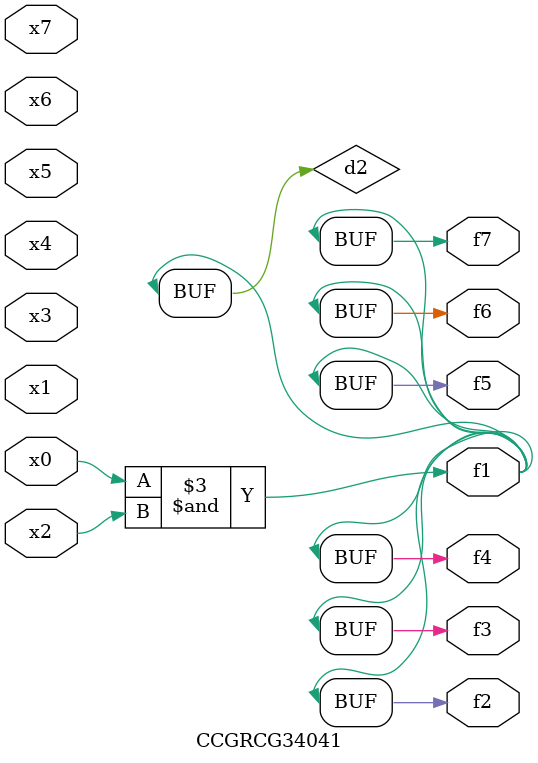
<source format=v>
module CCGRCG34041(
	input x0, x1, x2, x3, x4, x5, x6, x7,
	output f1, f2, f3, f4, f5, f6, f7
);

	wire d1, d2;

	nor (d1, x3, x6);
	and (d2, x0, x2);
	assign f1 = d2;
	assign f2 = d2;
	assign f3 = d2;
	assign f4 = d2;
	assign f5 = d2;
	assign f6 = d2;
	assign f7 = d2;
endmodule

</source>
